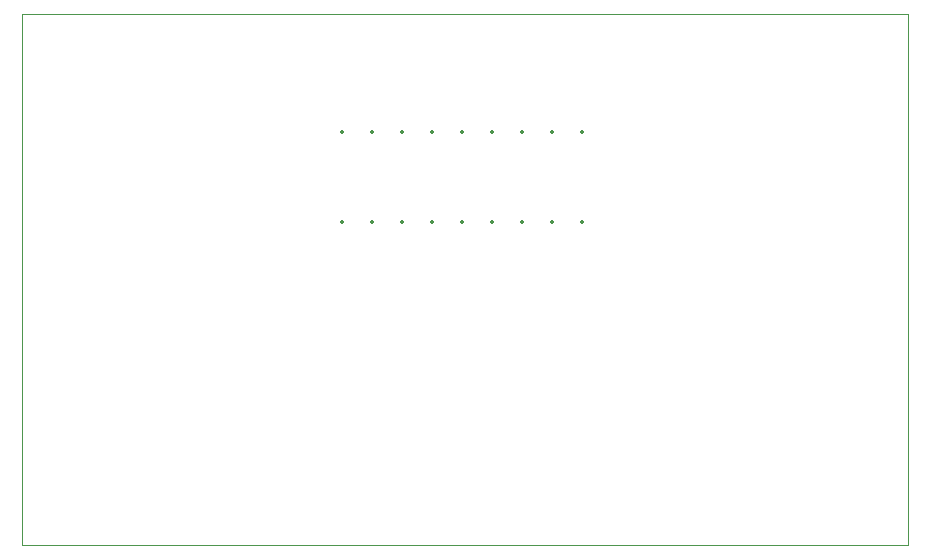
<source format=gbr>
%TF.GenerationSoftware,KiCad,Pcbnew,9.0.0-9.0.0-2~ubuntu24.10.1*%
%TF.CreationDate,2025-03-15T08:42:32-04:00*%
%TF.ProjectId,fat8,66617438-2e6b-4696-9361-645f70636258,rev?*%
%TF.SameCoordinates,Original*%
%TF.FileFunction,Profile,NP*%
%FSLAX46Y46*%
G04 Gerber Fmt 4.6, Leading zero omitted, Abs format (unit mm)*
G04 Created by KiCad (PCBNEW 9.0.0-9.0.0-2~ubuntu24.10.1) date 2025-03-15 08:42:32*
%MOMM*%
%LPD*%
G01*
G04 APERTURE LIST*
%TA.AperFunction,Profile*%
%ADD10C,0.050000*%
%TD*%
%ADD11C,0.350000*%
G04 APERTURE END LIST*
D10*
X132500000Y-40000000D02*
X57500000Y-40000000D01*
X132500000Y-85000000D02*
X132500000Y-40000000D01*
X57500000Y-40000000D02*
X57500000Y-85000000D01*
X57500000Y-85000000D02*
X132500000Y-85000000D01*
D11*
X104902000Y-57658000D03*
X102362000Y-57658000D03*
X99822000Y-57658000D03*
X97282000Y-57658000D03*
X94742000Y-57658000D03*
X92202000Y-57658000D03*
X89662000Y-57658000D03*
X87122000Y-57658000D03*
X84582000Y-57658000D03*
X84582000Y-50038000D03*
X87122000Y-50038000D03*
X89662000Y-50038000D03*
X92202000Y-50038000D03*
X94742000Y-50038000D03*
X97282000Y-50038000D03*
X99822000Y-50038000D03*
X102362000Y-50038000D03*
X104902000Y-50038000D03*
M02*

</source>
